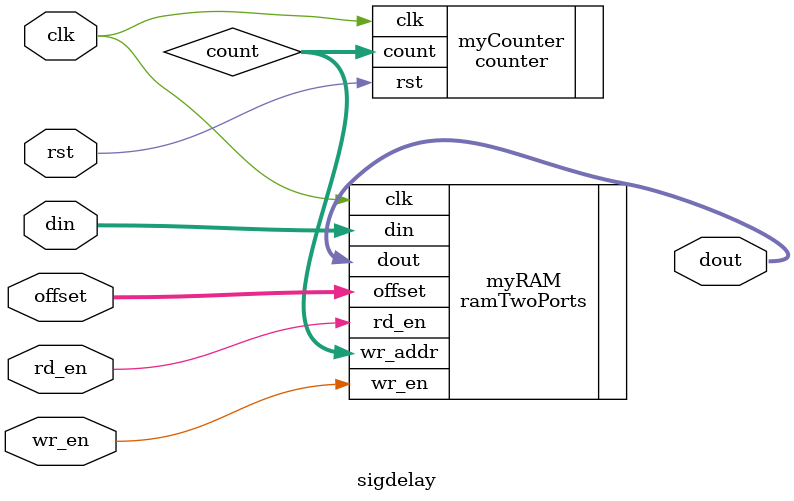
<source format=sv>
module sigdelay #(
    parameter ADDRESS_WIDTH = 8,
              DATA_WIDTH = 8
)(
    input wire      clk,
    input wire      rst,
    input wire     wr_en,
    input wire     rd_en,
    input wire [ADDRESS_WIDTH-1:0] offset,
    input wire [DATA_WIDTH-1:0] din,
    output wire [DATA_WIDTH-1:0] dout

);

wire [ADDRESS_WIDTH-1:0] count;

counter myCounter(
    .clk (clk),
    .rst (rst),
    .count (count)
);

ramTwoPorts myRAM(
    .clk (clk),
    .wr_en (wr_en),
    .rd_en (rd_en),
    .wr_addr (count),
    .offset (offset),
    .din (din),
    .dout (dout)
);


endmodule








</source>
